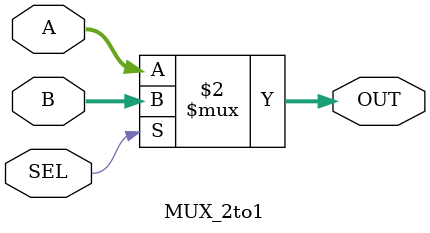
<source format=v>
module MUX_2to1 (A, B , SEL, OUT);
input [3:0] A, B;
input SEL;
output [3:0] OUT;

assign OUT = (!SEL) ? A : B;

endmodule
</source>
